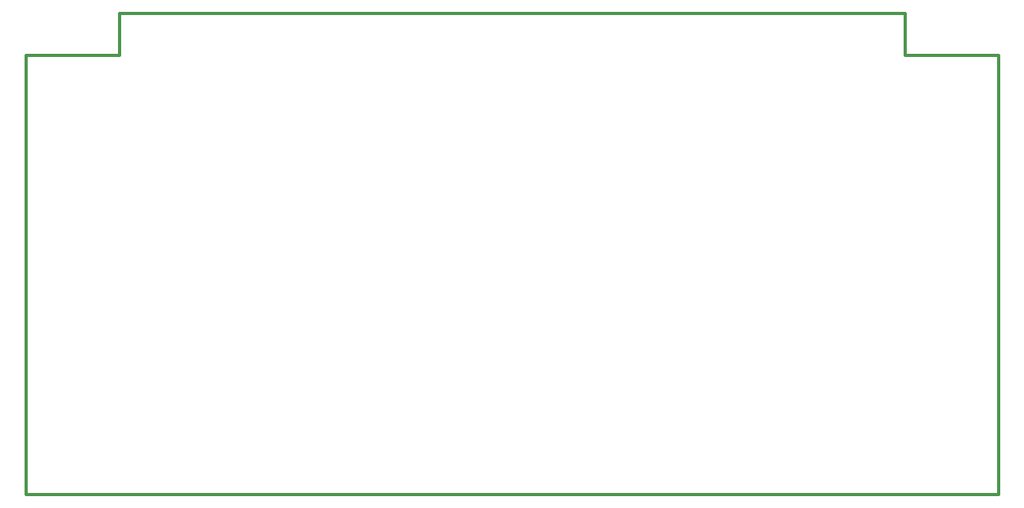
<source format=gko>
%FSLAX35Y35*%
%MOIN*%
%IN23=Platinen-Umriss(X.Outline)*%
%ADD10C,0.00591*%
%ADD11C,0.00354*%
%ADD12C,0.00443*%
%ADD13C,0.00787*%
%ADD14C,0.00800*%
%ADD15C,0.01181*%
%ADD16C,0.01575*%
%ADD17C,0.01772*%
%ADD18C,0.01969*%
%ADD19C,0.02362*%
%ADD20C,0.03543*%
%ADD21C,0.11811*%
%ADD22C,0.12598*%
%ADD23C,0.14173*%
%AMR_24*21,1,0.01772,0.05118,0,0,270.000*%
%ADD24R_24*%
%AMR_25*21,1,0.01969,0.04724,0,0,90.000*%
%ADD25R_25*%
%AMR_26*21,1,0.02362,0.09843,0,0,180.000*%
%ADD26R_26*%
%AMR_27*21,1,0.03937,0.03937,0,0,180.000*%
%ADD27R_27*%
%AMR_28*21,1,0.03937,0.06299,0,0,90.000*%
%ADD28R_28*%
%AMR_29*21,1,0.03937,0.06299,0,0,270.000*%
%ADD29R_29*%
%AMR_30*21,1,0.04331,0.04331,0,0,0.000*%
%ADD30R_30*%
%AMR_31*21,1,0.04331,0.04331,0,0,180.000*%
%ADD31R_31*%
%AMR_32*21,1,0.04331,0.04331,0,0,270.000*%
%ADD32R_32*%
%AMR_33*21,1,0.05118,0.01772,0,0,270.000*%
%ADD33R_33*%
%AMR_34*21,1,0.05512,0.03937,0,0,0.000*%
%ADD34R_34*%
%AMR_35*21,1,0.05512,0.03937,0,0,180.000*%
%ADD35R_35*%
%AMR_36*21,1,0.05512,0.03937,0,0,270.000*%
%ADD36R_36*%
%AMR_37*21,1,0.05512,0.05512,0,0,180.000*%
%ADD37R_37*%
%AMR_38*21,1,0.05512,0.05512,0,0,270.000*%
%ADD38R_38*%
%AMR_39*21,1,0.05906,0.05906,0,0,0.000*%
%ADD39R_39*%
%AMR_40*21,1,0.06299,0.03937,0,0,0.000*%
%ADD40R_40*%
%AMR_41*21,1,0.06299,0.03937,0,0,180.000*%
%ADD41R_41*%
%AMR_42*21,1,0.06299,0.03937,0,0,270.000*%
%ADD42R_42*%
%AMR_43*21,1,0.07087,0.07087,0,0,0.000*%
%ADD43R_43*%
%AMR_44*21,1,0.07087,0.07087,0,0,90.000*%
%ADD44R_44*%
%AMR_45*21,1,0.07874,0.06299,0,0,90.000*%
%ADD45R_45*%
%AMR_46*21,1,0.07874,0.09843,0,0,180.000*%
%ADD46R_46*%
%AMR_47*21,1,0.08661,0.04724,0,0,0.000*%
%ADD47R_47*%
%AMR_48*21,1,0.19685,0.18750,0,0,0.000*%
%ADD48R_48*%
%AMR_49*21,1,0.19685,0.19685,0,0,0.000*%
%ADD49R_49*%
%AMR_50*21,1,0.23622,0.23622,0,0,0.000*%
%ADD50R_50*%
%AMOCT_51*4,1,8,0.029528,0.014764,0.014764,0.029528,-0.014764,0.029528,-0.029528,0.014764,-0.029528,-0.014764,-0.014764,-0.029528,0.014764,-0.029528,0.029528,-0.014764,0.029528,0.014764,270.000*%
%ADD51OCT_51*%
%AMOCT_52*4,1,8,0.031496,0.015748,0.015748,0.031496,-0.015748,0.031496,-0.031496,0.015748,-0.031496,-0.015748,-0.015748,-0.031496,0.015748,-0.031496,0.031496,-0.015748,0.031496,0.015748,90.000*%
%ADD52OCT_52*%
%AMOCT_53*4,1,8,0.039370,0.019685,0.019685,0.039370,-0.019685,0.039370,-0.039370,0.019685,-0.039370,-0.019685,-0.019685,-0.039370,0.019685,-0.039370,0.039370,-0.019685,0.039370,0.019685,180.000*%
%ADD53OCT_53*%
G54D15*
X0Y185039D02*
X0Y0D01*
X409448Y0D01*
X409448Y185039D01*
X370078Y202755D02*
X39370Y202755D01*
X0Y185039D02*
X39370Y185039D01*
X39370Y202755D01*
X370078Y185039D02*
X409448Y185039D01*
X370078Y185039D02*
X370078Y202755D01*
M02*

</source>
